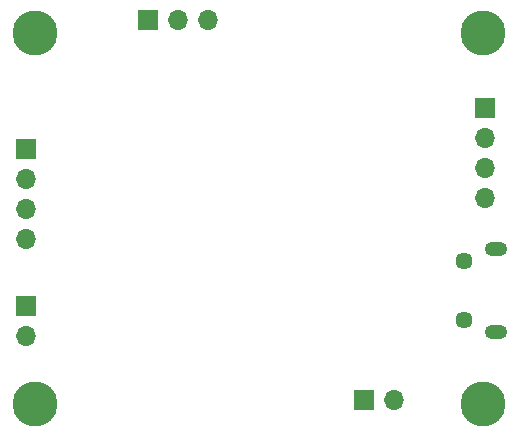
<source format=gbr>
%TF.GenerationSoftware,KiCad,Pcbnew,7.0.7*%
%TF.CreationDate,2023-09-18T16:24:31-07:00*%
%TF.ProjectId,pi_pico_dds,70695f70-6963-46f5-9f64-64732e6b6963,rev?*%
%TF.SameCoordinates,Original*%
%TF.FileFunction,Soldermask,Bot*%
%TF.FilePolarity,Negative*%
%FSLAX46Y46*%
G04 Gerber Fmt 4.6, Leading zero omitted, Abs format (unit mm)*
G04 Created by KiCad (PCBNEW 7.0.7) date 2023-09-18 16:24:31*
%MOMM*%
%LPD*%
G01*
G04 APERTURE LIST*
%ADD10R,1.700000X1.700000*%
%ADD11O,1.700000X1.700000*%
%ADD12C,3.800000*%
%ADD13O,1.900000X1.200000*%
%ADD14C,1.450000*%
G04 APERTURE END LIST*
D10*
%TO.C,J6*%
X177342800Y-66522600D03*
D11*
X179882800Y-66522600D03*
X182422800Y-66522600D03*
%TD*%
D10*
%TO.C,J3*%
X205866600Y-74025600D03*
D11*
X205866600Y-76565600D03*
X205866600Y-79105600D03*
X205866600Y-81645600D03*
%TD*%
D10*
%TO.C,J2*%
X195617000Y-98679000D03*
D11*
X198157000Y-98679000D03*
%TD*%
D12*
%TO.C,H1*%
X205740000Y-67614800D03*
%TD*%
%TO.C,H2*%
X205740000Y-99060000D03*
%TD*%
D10*
%TO.C,J4*%
X166979600Y-77419200D03*
D11*
X166979600Y-79959200D03*
X166979600Y-82499200D03*
X166979600Y-85039200D03*
%TD*%
D12*
%TO.C,H3*%
X167767000Y-99060000D03*
%TD*%
%TO.C,H4*%
X167767000Y-67614800D03*
%TD*%
D13*
%TO.C,J1*%
X206844700Y-92924000D03*
D14*
X204144700Y-91924000D03*
X204144700Y-86924000D03*
D13*
X206844700Y-85924000D03*
%TD*%
D10*
%TO.C,J5*%
X166979600Y-90754200D03*
D11*
X166979600Y-93294200D03*
%TD*%
M02*

</source>
